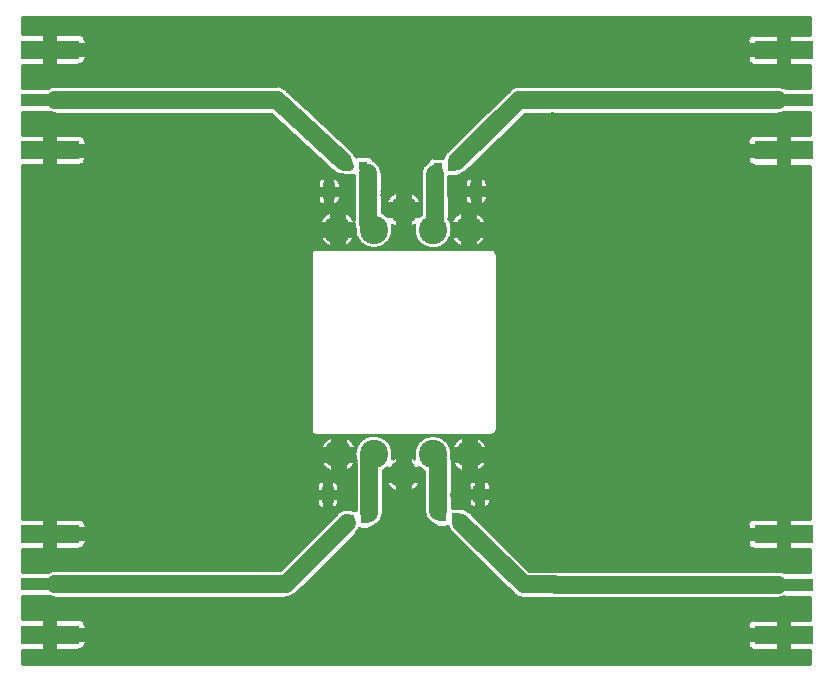
<source format=gbr>
G04 Generated by Ultiboard 14.2 *
%FSLAX34Y34*%
%MOMM*%

%ADD10C,0.0001*%
%ADD11C,0.2540*%
%ADD12C,1.5000*%
%ADD13C,1.0000*%
%ADD14C,0.7500*%
%ADD15C,0.1270*%
%ADD16R,5.0000X1.5000*%
%ADD17R,3.0000X1.0000*%
%ADD18C,2.4000*%
%ADD19R,1.0000X1.4000*%
%ADD20C,8.0000*%
%ADD21C,0.6000*%
%ADD22R,0.8000X0.7500*%


G04 ColorRGB 00FF00 for the following layer *
%LNCopper Top*%
%LPD*%
G54D10*
G36*
X222596Y61805D02*
X222596Y61805D01*
X199770Y61805D01*
X199770Y42095D01*
X218963Y42095D01*
X218963Y33837D01*
X199770Y33837D01*
X199770Y24763D01*
X218963Y24763D01*
X218963Y16505D01*
X199770Y16505D01*
X199770Y4190D01*
X867030Y4190D01*
X867030Y16405D01*
X849317Y16405D01*
X849317Y24663D01*
X867030Y24663D01*
X867030Y33737D01*
X849317Y33737D01*
X849317Y41995D01*
X867030Y41995D01*
X867030Y61405D01*
X845684Y61405D01*
G74*
D01*
G02X840070Y59974I5614J10295*
G01*
X840070Y59974D01*
X652505Y59974D01*
G75*
D01*
G02X651229Y60043I0J11726*
G01*
G74*
D01*
G02X650084Y59987I1145J11671*
G01*
X650084Y59987D01*
X624785Y59987D01*
G75*
D01*
G02X616524Y63383I-8J11727*
G01*
X616524Y63383D01*
X563747Y115670D01*
G74*
D01*
G02X560705Y120847I8253J8330*
G01*
G74*
D01*
G02X559802Y120748I903J4092*
G01*
X559802Y120748D01*
X551802Y120748D01*
G75*
D01*
G02X548046Y123081I0J4191*
G01*
G75*
D01*
G02X540595Y134000I4275J10919*
G01*
X540595Y134000D01*
X540595Y145795D01*
G74*
D01*
G02X540716Y147472I11726J0*
G01*
G75*
D01*
G02X540608Y149056I11619J1584*
G01*
X540608Y149056D01*
X540608Y167480D01*
G74*
D01*
G02X536403Y170595I7394J14381*
G01*
X536403Y170595D01*
X528736Y170595D01*
X528736Y179980D01*
G74*
D01*
G02X532273Y178109I5734J15119*
G01*
G75*
D01*
G02X563946Y179166I15729J3752*
G01*
G74*
D01*
G02X564061Y177528I11611J1638*
G01*
X564061Y177528D01*
X564061Y176127D01*
X573268Y176127D01*
X573268Y166741D01*
G74*
D01*
G02X564061Y175677I5734J15120*
G01*
X564061Y175677D01*
X564061Y149056D01*
G75*
D01*
G02X563940Y147378I-11726J0*
G01*
G74*
D01*
G02X564048Y145795I11619J1583*
G01*
X564048Y145795D01*
X564048Y136629D01*
X571802Y136629D01*
G74*
D01*
G02X574772Y135394I0J4190*
G01*
G74*
D01*
G02X580253Y132330I2772J11394*
G01*
X580253Y132330D01*
X629602Y83440D01*
X650084Y83440D01*
G74*
D01*
G02X651360Y83370I0J11726*
G01*
G75*
D01*
G02X652505Y83426I1145J-11670*
G01*
X652505Y83426D01*
X840070Y83426D01*
G74*
D01*
G02X845684Y81995I0J11726*
G01*
X845684Y81995D01*
X867030Y81995D01*
X867030Y101705D01*
X849317Y101705D01*
X849317Y109963D01*
X867030Y109963D01*
X867030Y119037D01*
X849317Y119037D01*
X849317Y127295D01*
X867030Y127295D01*
X867030Y235810D01*
X867030Y235810D01*
X867030Y426405D01*
X849317Y426405D01*
X849317Y434663D01*
X867030Y434663D01*
X867030Y443737D01*
X849317Y443737D01*
X849317Y451995D01*
X867030Y451995D01*
X867030Y471405D01*
X845340Y471405D01*
G74*
D01*
G02X840070Y470153I5270J10475*
G01*
X840070Y470153D01*
X650457Y470153D01*
G75*
D01*
G02X648931Y470253I0J11727*
G01*
X648931Y470253D01*
X625855Y470253D01*
X576205Y421623D01*
G74*
D01*
G02X571559Y418827I8205J8377*
G01*
G74*
D01*
G02X568304Y417275I3255J2638*
G01*
X568304Y417275D01*
X561121Y417275D01*
X561121Y401488D01*
G74*
D01*
G02X561218Y399981I11630J1507*
G01*
X561218Y399981D01*
X561218Y381552D01*
G74*
D01*
G02X563089Y378096I13179J9369*
G01*
G74*
D01*
G02X572405Y387302I15050J5913*
G01*
X572405Y387302D01*
X572405Y377917D01*
X563158Y377917D01*
G75*
D01*
G02X563158Y366449I-15119J-5734*
G01*
X563158Y366449D01*
X572405Y366449D01*
X572405Y357064D01*
G74*
D01*
G02X563089Y366270I5734J15119*
G01*
G75*
D01*
G02X532310Y375935I-15050J5913*
G01*
G74*
D01*
G02X528773Y374064I9271J13248*
G01*
X528773Y374064D01*
X528773Y383449D01*
X536440Y383449D01*
G74*
D01*
G02X537765Y384669I11599J11266*
G01*
X537765Y384669D01*
X537765Y394917D01*
X528773Y394917D01*
X528773Y404302D01*
G74*
D01*
G02X537765Y395863I5734J15119*
G01*
X537765Y395863D01*
X537765Y398571D01*
G75*
D01*
G02X537668Y400078I11629J1507*
G01*
X537668Y400078D01*
X537668Y419017D01*
G74*
D01*
G02X544148Y429505I11726J0*
G01*
G75*
D01*
G02X548304Y433155I4156J-540*
G01*
X548304Y433155D01*
X556304Y433155D01*
G74*
D01*
G02X556701Y433136I0J4190*
G01*
G74*
D01*
G02X559795Y438377I11299J3136*
G01*
X559795Y438377D01*
X598011Y475810D01*
X598011Y475810D01*
X612863Y490357D01*
G75*
D01*
G02X621075Y493706I8206J-8377*
G01*
X621075Y493706D01*
X657688Y493706D01*
G74*
D01*
G02X659215Y493606I0J11726*
G01*
X659215Y493606D01*
X840070Y493606D01*
G74*
D01*
G02X846001Y491995I0J11726*
G01*
X846001Y491995D01*
X867030Y491995D01*
X867030Y511705D01*
X849317Y511705D01*
X849317Y519963D01*
X867030Y519963D01*
X867030Y529037D01*
X849317Y529037D01*
X849317Y537295D01*
X867030Y537295D01*
X867030Y552070D01*
X199770Y552070D01*
X199770Y537395D01*
X218963Y537395D01*
X218963Y529137D01*
X199770Y529137D01*
X199770Y520063D01*
X218963Y520063D01*
X218963Y511805D01*
X199770Y511805D01*
X199770Y492395D01*
X222548Y492395D01*
G75*
D01*
G02X228269Y493886I5721J-10236*
G01*
X228269Y493886D01*
X415783Y493885D01*
G75*
D01*
G02X417591Y493746I6J-11726*
G01*
G74*
D01*
G02X423806Y490717I1802J11587*
G01*
X423806Y490717D01*
X431390Y483629D01*
X431390Y483629D01*
X439756Y475810D01*
X439756Y475810D01*
X479602Y438567D01*
G74*
D01*
G02X482609Y434026I8007J8567*
G01*
G74*
D01*
G02X483135Y433785I1474J3923*
G01*
G75*
D01*
G02X485135Y434293I2000J-3682*
G01*
X485135Y434293D01*
X493135Y434293D01*
G74*
D01*
G02X497237Y430958I0J4190*
G01*
G74*
D01*
G02X504771Y420007I4192J10951*
G01*
X504771Y420007D01*
X504771Y405073D01*
G75*
D01*
G02X504715Y403924I-11726J0*
G01*
X504715Y403924D01*
X504715Y401792D01*
G75*
D01*
G02X504706Y401331I-11726J0*
G01*
G74*
D01*
G02X504707Y401215I11726J116*
G01*
X504707Y401215D01*
X504707Y386914D01*
G74*
D01*
G02X509639Y383449I6668J14731*
G01*
X509639Y383449D01*
X517305Y383449D01*
X517305Y374064D01*
G74*
D01*
G02X513768Y375935I5734J15119*
G01*
G75*
D01*
G02X481913Y373367I-15729J-3752*
G01*
G75*
D01*
G02X481254Y377259I11067J3875*
G01*
X481254Y377259D01*
X481254Y377917D01*
X472773Y377917D01*
X472773Y387302D01*
G74*
D01*
G02X481254Y379891I5734J15119*
G01*
X481254Y379891D01*
X481254Y401215D01*
G74*
D01*
G02X481263Y401676I11726J0*
G01*
G75*
D01*
G02X481262Y401792I11726J116*
G01*
X481262Y401792D01*
X481262Y404468D01*
G74*
D01*
G02X481319Y405617I11727J0*
G01*
X481319Y405617D01*
X481319Y418417D01*
G74*
D01*
G02X481135Y418413I184J4186*
G01*
X481135Y418413D01*
X477673Y418413D01*
G75*
D01*
G02X477135Y418395I-538J7940*
G01*
X477135Y418395D01*
X473278Y418395D01*
G75*
D01*
G02X463588Y421433I-1683J11605*
G01*
X463588Y421433D01*
X431390Y451527D01*
X431390Y451527D01*
X411162Y470433D01*
X228269Y470433D01*
G74*
D01*
G02X222766Y471805I0J11726*
G01*
X222766Y471805D01*
X199770Y471805D01*
X199770Y452095D01*
X218963Y452095D01*
X218963Y443837D01*
X199770Y443837D01*
X199770Y434763D01*
X218963Y434763D01*
X218963Y426505D01*
X199770Y426505D01*
X199770Y127395D01*
X218963Y127395D01*
X218963Y119137D01*
X199770Y119137D01*
X199770Y110063D01*
X218963Y110063D01*
X218963Y101805D01*
X199770Y101805D01*
X199770Y82395D01*
X222596Y82395D01*
G75*
D01*
G02X228210Y83826I5614J-10295*
G01*
X228210Y83826D01*
X418323Y83826D01*
X431390Y96915D01*
X431390Y96915D01*
X466701Y132285D01*
G75*
D01*
G02X479283Y134916I8299J-8285*
G01*
X479283Y134916D01*
X482062Y134916D01*
G74*
D01*
G02X482496Y134894I0J4190*
G01*
X482496Y134894D01*
X482496Y150000D01*
G74*
D01*
G02X482507Y150509I11726J0*
G01*
G75*
D01*
G02X482495Y151040I11714J531*
G01*
X482495Y151040D01*
X482495Y174895D01*
G74*
D01*
G02X473636Y166741I14593J6966*
G01*
X473636Y166741D01*
X473636Y176127D01*
X482495Y176127D01*
X482495Y177279D01*
G75*
D01*
G02X482883Y187595I15507J4582*
G01*
X482883Y187595D01*
X473636Y187595D01*
X473636Y196980D01*
G74*
D01*
G02X482952Y187774I5734J15119*
G01*
G75*
D01*
G02X513731Y178109I15050J-5913*
G01*
G74*
D01*
G02X517268Y179980I9271J13248*
G01*
X517268Y179980D01*
X517268Y170595D01*
X509602Y170595D01*
G74*
D01*
G02X505948Y167777I11600J11266*
G01*
X505948Y167777D01*
X505948Y151040D01*
G75*
D01*
G02X505937Y150530I-11727J0*
G01*
G74*
D01*
G02X505949Y150000I11715J530*
G01*
X505949Y150000D01*
X505949Y132000D01*
G75*
D01*
G02X497419Y120718I-11727J0*
G01*
G74*
D01*
G02X494062Y119036I3357J2508*
G01*
X494062Y119036D01*
X486062Y119036D01*
G75*
D01*
G02X485634Y119058I0J4190*
G01*
G74*
D01*
G02X483299Y115715I10634J4942*
G01*
X483299Y115715D01*
X431456Y63786D01*
G74*
D01*
G02X424892Y60466I8307J8276*
G01*
G75*
D01*
G02X423142Y60336I-1743J11596*
G01*
X423142Y60336D01*
X421993Y60336D01*
G75*
D01*
G02X421052Y60374I0J11726*
G01*
X421052Y60374D01*
X228210Y60374D01*
G75*
D01*
G02X222596Y61805I0J11726*
G01*
D02*
G37*
%LPC*%
G36*
X444550Y351360D02*
G75*
D01*
G02X448740Y355550I4190J0*
G01*
X448740Y355550D01*
X597740Y355550D01*
G74*
D01*
G02X601930Y351360I0J4190*
G01*
X601930Y351360D01*
X601930Y202360D01*
G75*
D01*
G02X597740Y198170I-4190J0*
G01*
X597740Y198170D01*
X448740Y198170D01*
G75*
D01*
G02X444550Y202360I0J4190*
G01*
X444550Y202360D01*
X444550Y351360D01*
D02*
G37*
G36*
X814485Y21700D02*
X814485Y21700D01*
X814485Y24663D01*
X840243Y24663D01*
X840243Y16405D01*
X819780Y16405D01*
G75*
D01*
G02X814485Y21700I0J5295*
G01*
D02*
G37*
G36*
X814485Y36700D02*
G75*
D01*
G02X819780Y41995I5295J0*
G01*
X819780Y41995D01*
X840243Y41995D01*
X840243Y33737D01*
X814485Y33737D01*
X814485Y36700D01*
D02*
G37*
G36*
X814485Y517000D02*
X814485Y517000D01*
X814485Y519963D01*
X840243Y519963D01*
X840243Y511705D01*
X819780Y511705D01*
G75*
D01*
G02X814485Y517000I0J5295*
G01*
D02*
G37*
G36*
X814485Y532000D02*
G75*
D01*
G02X819780Y537295I5295J0*
G01*
X819780Y537295D01*
X840243Y537295D01*
X840243Y529037D01*
X814485Y529037D01*
X814485Y532000D01*
D02*
G37*
G36*
X253795Y21800D02*
G75*
D01*
G02X248500Y16505I-5295J0*
G01*
X248500Y16505D01*
X228037Y16505D01*
X228037Y24763D01*
X253795Y24763D01*
X253795Y21800D01*
D02*
G37*
G36*
X253795Y36800D02*
X253795Y36800D01*
X253795Y33837D01*
X228037Y33837D01*
X228037Y42095D01*
X248500Y42095D01*
G74*
D01*
G02X253795Y36800I0J5295*
G01*
D02*
G37*
G36*
X253795Y517100D02*
G75*
D01*
G02X248500Y511805I-5295J0*
G01*
X248500Y511805D01*
X228037Y511805D01*
X228037Y520063D01*
X253795Y520063D01*
X253795Y517100D01*
D02*
G37*
G36*
X253795Y532100D02*
X253795Y532100D01*
X253795Y529137D01*
X228037Y529137D01*
X228037Y537395D01*
X248500Y537395D01*
G74*
D01*
G02X253795Y532100I0J5295*
G01*
D02*
G37*
G36*
X814485Y107000D02*
X814485Y107000D01*
X814485Y109963D01*
X840243Y109963D01*
X840243Y101705D01*
X819780Y101705D01*
G75*
D01*
G02X814485Y107000I0J5295*
G01*
D02*
G37*
G36*
X814485Y122000D02*
G75*
D01*
G02X819780Y127295I5295J0*
G01*
X819780Y127295D01*
X840243Y127295D01*
X840243Y119037D01*
X814485Y119037D01*
X814485Y122000D01*
D02*
G37*
G36*
X253795Y107100D02*
G75*
D01*
G02X248500Y101805I-5295J0*
G01*
X248500Y101805D01*
X228037Y101805D01*
X228037Y110063D01*
X253795Y110063D01*
X253795Y107100D01*
D02*
G37*
G36*
X253795Y122100D02*
X253795Y122100D01*
X253795Y119137D01*
X228037Y119137D01*
X228037Y127395D01*
X248500Y127395D01*
G74*
D01*
G02X253795Y122100I0J5295*
G01*
D02*
G37*
G36*
X814485Y431700D02*
X814485Y431700D01*
X814485Y434663D01*
X840243Y434663D01*
X840243Y426405D01*
X819780Y426405D01*
G75*
D01*
G02X814485Y431700I0J5295*
G01*
D02*
G37*
G36*
X814485Y446700D02*
G75*
D01*
G02X819780Y451995I5295J0*
G01*
X819780Y451995D01*
X840243Y451995D01*
X840243Y443737D01*
X814485Y443737D01*
X814485Y446700D01*
D02*
G37*
G36*
X253795Y431800D02*
G75*
D01*
G02X248500Y426505I-5295J0*
G01*
X248500Y426505D01*
X228037Y426505D01*
X228037Y434763D01*
X253795Y434763D01*
X253795Y431800D01*
D02*
G37*
G36*
X253795Y446800D02*
X253795Y446800D01*
X253795Y443837D01*
X228037Y443837D01*
X228037Y452095D01*
X248500Y452095D01*
G74*
D01*
G02X253795Y446800I0J5295*
G01*
D02*
G37*
G36*
X584736Y196980D02*
G74*
D01*
G02X594121Y187595I5734J15119*
G01*
X594121Y187595D01*
X584736Y187595D01*
X584736Y196980D01*
D02*
G37*
G36*
X563883Y187595D02*
G74*
D01*
G02X573268Y196980I15119J5734*
G01*
X573268Y196980D01*
X573268Y187595D01*
X563883Y187595D01*
D02*
G37*
G36*
X452783Y187595D02*
G74*
D01*
G02X462168Y196980I15119J5734*
G01*
X462168Y196980D01*
X462168Y187595D01*
X452783Y187595D01*
D02*
G37*
G36*
X594121Y176127D02*
G74*
D01*
G02X584736Y166741I15119J5734*
G01*
X584736Y166741D01*
X584736Y176127D01*
X594121Y176127D01*
D02*
G37*
G36*
X573502Y181861D02*
G75*
D01*
G02X573502Y181861I5500J0*
G01*
D02*
G37*
G36*
X462402Y181861D02*
G75*
D01*
G02X462402Y181861I5500J0*
G01*
D02*
G37*
G36*
X462168Y166741D02*
G74*
D01*
G02X452783Y176127I5734J15120*
G01*
X452783Y176127D01*
X462168Y176127D01*
X462168Y166741D01*
D02*
G37*
G36*
X592355Y159330D02*
G74*
D01*
G02X596546Y155140I0J4190*
G01*
X596546Y155140D01*
X596546Y151399D01*
X590614Y151399D01*
X590614Y159330D01*
X592355Y159330D01*
D02*
G37*
G36*
X582355Y159330D02*
X582355Y159330D01*
X584097Y159330D01*
X584097Y151399D01*
X578165Y151399D01*
X578165Y155140D01*
G75*
D01*
G02X582355Y159330I4190J0*
G01*
D02*
G37*
G36*
X538121Y159127D02*
G74*
D01*
G02X528736Y149741I15119J5734*
G01*
X528736Y149741D01*
X528736Y159127D01*
X538121Y159127D01*
D02*
G37*
G36*
X517268Y149741D02*
G74*
D01*
G02X507883Y159127I5734J15120*
G01*
X507883Y159127D01*
X517268Y159127D01*
X517268Y149741D01*
D02*
G37*
G36*
X517502Y164861D02*
G75*
D01*
G02X517502Y164861I5500J0*
G01*
D02*
G37*
G36*
X463798Y159006D02*
G74*
D01*
G02X467988Y154816I0J4190*
G01*
X467988Y154816D01*
X467988Y151075D01*
X462057Y151075D01*
X462057Y159006D01*
X463798Y159006D01*
D02*
G37*
G36*
X453798Y159006D02*
X453798Y159006D01*
X455539Y159006D01*
X455539Y151075D01*
X449608Y151075D01*
X449608Y154816D01*
G75*
D01*
G02X453798Y159006I4190J0*
G01*
D02*
G37*
G36*
X592355Y136950D02*
X592355Y136950D01*
X590614Y136950D01*
X590614Y144881D01*
X596546Y144881D01*
X596546Y141140D01*
G75*
D01*
G02X592355Y136950I-4191J0*
G01*
D02*
G37*
G36*
X578165Y141140D02*
X578165Y141140D01*
X578165Y144881D01*
X584097Y144881D01*
X584097Y136950D01*
X582355Y136950D01*
G75*
D01*
G02X578165Y141140I0J4190*
G01*
D02*
G37*
G36*
X463798Y136626D02*
X463798Y136626D01*
X462057Y136626D01*
X462057Y144557D01*
X467988Y144557D01*
X467988Y140816D01*
G75*
D01*
G02X463798Y136626I-4190J0*
G01*
D02*
G37*
G36*
X449608Y140816D02*
X449608Y140816D01*
X449608Y144557D01*
X455539Y144557D01*
X455539Y136626D01*
X453798Y136626D01*
G75*
D01*
G02X449608Y140816I0J4190*
G01*
D02*
G37*
G36*
X461305Y357064D02*
G74*
D01*
G02X451920Y366449I5734J15119*
G01*
X451920Y366449D01*
X461305Y366449D01*
X461305Y357064D01*
D02*
G37*
G36*
X482158Y366449D02*
G74*
D01*
G02X472773Y357064I15119J5734*
G01*
X472773Y357064D01*
X472773Y366449D01*
X482158Y366449D01*
D02*
G37*
G36*
X593258Y366449D02*
G74*
D01*
G02X583873Y357064I15119J5734*
G01*
X583873Y357064D01*
X583873Y366449D01*
X593258Y366449D01*
D02*
G37*
G36*
X451920Y377917D02*
G74*
D01*
G02X461305Y387302I15119J5734*
G01*
X461305Y387302D01*
X461305Y377917D01*
X451920Y377917D01*
D02*
G37*
G36*
X461539Y372183D02*
G75*
D01*
G02X461539Y372183I5500J0*
G01*
D02*
G37*
G36*
X572639Y372183D02*
G75*
D01*
G02X572639Y372183I5500J0*
G01*
D02*
G37*
G36*
X583873Y387302D02*
G74*
D01*
G02X593258Y377917I5734J15119*
G01*
X593258Y377917D01*
X583873Y377917D01*
X583873Y387302D01*
D02*
G37*
G36*
X454650Y393278D02*
G75*
D01*
G02X450460Y397468I0J4190*
G01*
X450460Y397468D01*
X450460Y401209D01*
X456391Y401209D01*
X456391Y393278D01*
X454650Y393278D01*
D02*
G37*
G36*
X464650Y393278D02*
X464650Y393278D01*
X462909Y393278D01*
X462909Y401209D01*
X468840Y401209D01*
X468840Y397468D01*
G75*
D01*
G02X464650Y393278I-4190J0*
G01*
D02*
G37*
G36*
X507920Y394917D02*
G74*
D01*
G02X517305Y404302I15119J5734*
G01*
X517305Y404302D01*
X517305Y394917D01*
X507920Y394917D01*
D02*
G37*
G36*
X517539Y389183D02*
G75*
D01*
G02X517539Y389183I5500J0*
G01*
D02*
G37*
G36*
X579321Y393396D02*
G75*
D01*
G02X575131Y397586I0J4190*
G01*
X575131Y397586D01*
X575131Y401327D01*
X581063Y401327D01*
X581063Y393396D01*
X579321Y393396D01*
D02*
G37*
G36*
X589321Y393396D02*
X589321Y393396D01*
X587580Y393396D01*
X587580Y401327D01*
X593512Y401327D01*
X593512Y397586D01*
G75*
D01*
G02X589321Y393396I-4191J0*
G01*
D02*
G37*
G36*
X454650Y415658D02*
X454650Y415658D01*
X456391Y415658D01*
X456391Y407727D01*
X450460Y407727D01*
X450460Y411468D01*
G75*
D01*
G02X454650Y415658I4190J0*
G01*
D02*
G37*
G36*
X468840Y411468D02*
X468840Y411468D01*
X468840Y407727D01*
X462909Y407727D01*
X462909Y415658D01*
X464650Y415658D01*
G74*
D01*
G02X468840Y411468I0J4190*
G01*
D02*
G37*
G36*
X579321Y415776D02*
X579321Y415776D01*
X581063Y415776D01*
X581063Y407845D01*
X575131Y407845D01*
X575131Y411586D01*
G75*
D01*
G02X579321Y415776I4190J0*
G01*
D02*
G37*
G36*
X593512Y411586D02*
X593512Y411586D01*
X593512Y407845D01*
X587580Y407845D01*
X587580Y415776D01*
X589321Y415776D01*
G74*
D01*
G02X593512Y411586I0J4190*
G01*
D02*
G37*
%LPD*%
G54D11*
X444550Y351360D02*
G75*
D01*
G02X448740Y355550I4190J0*
G01*
X597740Y355550D01*
G74*
D01*
G02X601930Y351360I0J4190*
G01*
X601930Y202360D01*
G75*
D01*
G02X597740Y198170I-4190J0*
G01*
X448740Y198170D01*
G75*
D01*
G02X444550Y202360I0J4190*
G01*
X444550Y351360D01*
X814485Y21700D02*
X814485Y24663D01*
X840243Y24663D01*
X840243Y16405D01*
X819780Y16405D01*
G75*
D01*
G02X814485Y21700I0J5295*
G01*
X814485Y36700D02*
G75*
D01*
G02X819780Y41995I5295J0*
G01*
X840243Y41995D01*
X840243Y33737D01*
X814485Y33737D01*
X814485Y36700D01*
X814485Y517000D02*
X814485Y519963D01*
X840243Y519963D01*
X840243Y511705D01*
X819780Y511705D01*
G75*
D01*
G02X814485Y517000I0J5295*
G01*
X814485Y532000D02*
G75*
D01*
G02X819780Y537295I5295J0*
G01*
X840243Y537295D01*
X840243Y529037D01*
X814485Y529037D01*
X814485Y532000D01*
X253795Y21800D02*
G75*
D01*
G02X248500Y16505I-5295J0*
G01*
X228037Y16505D01*
X228037Y24763D01*
X253795Y24763D01*
X253795Y21800D01*
X253795Y36800D02*
X253795Y33837D01*
X228037Y33837D01*
X228037Y42095D01*
X248500Y42095D01*
G74*
D01*
G02X253795Y36800I0J5295*
G01*
X253795Y517100D02*
G75*
D01*
G02X248500Y511805I-5295J0*
G01*
X228037Y511805D01*
X228037Y520063D01*
X253795Y520063D01*
X253795Y517100D01*
X253795Y532100D02*
X253795Y529137D01*
X228037Y529137D01*
X228037Y537395D01*
X248500Y537395D01*
G74*
D01*
G02X253795Y532100I0J5295*
G01*
X814485Y107000D02*
X814485Y109963D01*
X840243Y109963D01*
X840243Y101705D01*
X819780Y101705D01*
G75*
D01*
G02X814485Y107000I0J5295*
G01*
X814485Y122000D02*
G75*
D01*
G02X819780Y127295I5295J0*
G01*
X840243Y127295D01*
X840243Y119037D01*
X814485Y119037D01*
X814485Y122000D01*
X253795Y107100D02*
G75*
D01*
G02X248500Y101805I-5295J0*
G01*
X228037Y101805D01*
X228037Y110063D01*
X253795Y110063D01*
X253795Y107100D01*
X253795Y122100D02*
X253795Y119137D01*
X228037Y119137D01*
X228037Y127395D01*
X248500Y127395D01*
G74*
D01*
G02X253795Y122100I0J5295*
G01*
X814485Y431700D02*
X814485Y434663D01*
X840243Y434663D01*
X840243Y426405D01*
X819780Y426405D01*
G75*
D01*
G02X814485Y431700I0J5295*
G01*
X814485Y446700D02*
G75*
D01*
G02X819780Y451995I5295J0*
G01*
X840243Y451995D01*
X840243Y443737D01*
X814485Y443737D01*
X814485Y446700D01*
X253795Y431800D02*
G75*
D01*
G02X248500Y426505I-5295J0*
G01*
X228037Y426505D01*
X228037Y434763D01*
X253795Y434763D01*
X253795Y431800D01*
X253795Y446800D02*
X253795Y443837D01*
X228037Y443837D01*
X228037Y452095D01*
X248500Y452095D01*
G74*
D01*
G02X253795Y446800I0J5295*
G01*
X584736Y196980D02*
G74*
D01*
G02X594121Y187595I5734J15119*
G01*
X584736Y187595D01*
X584736Y196980D01*
X563883Y187595D02*
G74*
D01*
G02X573268Y196980I15119J5734*
G01*
X573268Y187595D01*
X563883Y187595D01*
X452783Y187595D02*
G74*
D01*
G02X462168Y196980I15119J5734*
G01*
X462168Y187595D01*
X452783Y187595D01*
X594121Y176127D02*
G74*
D01*
G02X584736Y166741I15119J5734*
G01*
X584736Y176127D01*
X594121Y176127D01*
X573502Y181861D02*
G75*
D01*
G02X573502Y181861I5500J0*
G01*
X462402Y181861D02*
G75*
D01*
G02X462402Y181861I5500J0*
G01*
X462168Y166741D02*
G74*
D01*
G02X452783Y176127I5734J15120*
G01*
X462168Y176127D01*
X462168Y166741D01*
X592355Y159330D02*
G74*
D01*
G02X596546Y155140I0J4190*
G01*
X596546Y151399D01*
X590614Y151399D01*
X590614Y159330D01*
X592355Y159330D01*
X582355Y159330D02*
X584097Y159330D01*
X584097Y151399D01*
X578165Y151399D01*
X578165Y155140D01*
G75*
D01*
G02X582355Y159330I4190J0*
G01*
X538121Y159127D02*
G74*
D01*
G02X528736Y149741I15119J5734*
G01*
X528736Y159127D01*
X538121Y159127D01*
X517268Y149741D02*
G74*
D01*
G02X507883Y159127I5734J15120*
G01*
X517268Y159127D01*
X517268Y149741D01*
X517502Y164861D02*
G75*
D01*
G02X517502Y164861I5500J0*
G01*
X463798Y159006D02*
G74*
D01*
G02X467988Y154816I0J4190*
G01*
X467988Y151075D01*
X462057Y151075D01*
X462057Y159006D01*
X463798Y159006D01*
X453798Y159006D02*
X455539Y159006D01*
X455539Y151075D01*
X449608Y151075D01*
X449608Y154816D01*
G75*
D01*
G02X453798Y159006I4190J0*
G01*
X592355Y136950D02*
X590614Y136950D01*
X590614Y144881D01*
X596546Y144881D01*
X596546Y141140D01*
G75*
D01*
G02X592355Y136950I-4191J0*
G01*
X578165Y141140D02*
X578165Y144881D01*
X584097Y144881D01*
X584097Y136950D01*
X582355Y136950D01*
G75*
D01*
G02X578165Y141140I0J4190*
G01*
X463798Y136626D02*
X462057Y136626D01*
X462057Y144557D01*
X467988Y144557D01*
X467988Y140816D01*
G75*
D01*
G02X463798Y136626I-4190J0*
G01*
X449608Y140816D02*
X449608Y144557D01*
X455539Y144557D01*
X455539Y136626D01*
X453798Y136626D01*
G75*
D01*
G02X449608Y140816I0J4190*
G01*
X461305Y357064D02*
G74*
D01*
G02X451920Y366449I5734J15119*
G01*
X461305Y366449D01*
X461305Y357064D01*
X482158Y366449D02*
G74*
D01*
G02X472773Y357064I15119J5734*
G01*
X472773Y366449D01*
X482158Y366449D01*
X593258Y366449D02*
G74*
D01*
G02X583873Y357064I15119J5734*
G01*
X583873Y366449D01*
X593258Y366449D01*
X451920Y377917D02*
G74*
D01*
G02X461305Y387302I15119J5734*
G01*
X461305Y377917D01*
X451920Y377917D01*
X461539Y372183D02*
G75*
D01*
G02X461539Y372183I5500J0*
G01*
X572639Y372183D02*
G75*
D01*
G02X572639Y372183I5500J0*
G01*
X583873Y387302D02*
G74*
D01*
G02X593258Y377917I5734J15119*
G01*
X583873Y377917D01*
X583873Y387302D01*
X454650Y393278D02*
G75*
D01*
G02X450460Y397468I0J4190*
G01*
X450460Y401209D01*
X456391Y401209D01*
X456391Y393278D01*
X454650Y393278D01*
X464650Y393278D02*
X462909Y393278D01*
X462909Y401209D01*
X468840Y401209D01*
X468840Y397468D01*
G75*
D01*
G02X464650Y393278I-4190J0*
G01*
X507920Y394917D02*
G74*
D01*
G02X517305Y404302I15119J5734*
G01*
X517305Y394917D01*
X507920Y394917D01*
X517539Y389183D02*
G75*
D01*
G02X517539Y389183I5500J0*
G01*
X579321Y393396D02*
G75*
D01*
G02X575131Y397586I0J4190*
G01*
X575131Y401327D01*
X581063Y401327D01*
X581063Y393396D01*
X579321Y393396D01*
X589321Y393396D02*
X587580Y393396D01*
X587580Y401327D01*
X593512Y401327D01*
X593512Y397586D01*
G75*
D01*
G02X589321Y393396I-4191J0*
G01*
X454650Y415658D02*
X456391Y415658D01*
X456391Y407727D01*
X450460Y407727D01*
X450460Y411468D01*
G75*
D01*
G02X454650Y415658I4190J0*
G01*
X468840Y411468D02*
X468840Y407727D01*
X462909Y407727D01*
X462909Y415658D01*
X464650Y415658D01*
G74*
D01*
G02X468840Y411468I0J4190*
G01*
X579321Y415776D02*
X581063Y415776D01*
X581063Y407845D01*
X575131Y407845D01*
X575131Y411586D01*
G75*
D01*
G02X579321Y415776I4190J0*
G01*
X593512Y411586D02*
X593512Y407845D01*
X587580Y407845D01*
X587580Y415776D01*
X589321Y415776D01*
G74*
D01*
G02X593512Y411586I0J4190*
G01*
X222596Y61805D02*
X199770Y61805D01*
X199770Y42095D01*
X218963Y42095D01*
X218963Y33837D01*
X199770Y33837D01*
X199770Y24763D01*
X218963Y24763D01*
X218963Y16505D01*
X199770Y16505D01*
X199770Y4190D01*
X867030Y4190D01*
X867030Y16405D01*
X849317Y16405D01*
X849317Y24663D01*
X867030Y24663D01*
X867030Y33737D01*
X849317Y33737D01*
X849317Y41995D01*
X867030Y41995D01*
X867030Y61405D01*
X845684Y61405D01*
G74*
D01*
G02X840070Y59974I5614J10295*
G01*
X652505Y59974D01*
G75*
D01*
G02X651229Y60043I0J11726*
G01*
G74*
D01*
G02X650084Y59987I1145J11671*
G01*
X624785Y59987D01*
G75*
D01*
G02X616524Y63383I-8J11727*
G01*
X563747Y115670D01*
G74*
D01*
G02X560705Y120847I8253J8330*
G01*
G74*
D01*
G02X559802Y120748I903J4092*
G01*
X551802Y120748D01*
G75*
D01*
G02X548046Y123081I0J4191*
G01*
G75*
D01*
G02X540595Y134000I4275J10919*
G01*
X540595Y145795D01*
G74*
D01*
G02X540716Y147472I11726J0*
G01*
G75*
D01*
G02X540608Y149056I11619J1584*
G01*
X540608Y167480D01*
G74*
D01*
G02X536403Y170595I7394J14381*
G01*
X528736Y170595D01*
X528736Y179980D01*
G74*
D01*
G02X532273Y178109I5734J15119*
G01*
G75*
D01*
G02X563946Y179166I15729J3752*
G01*
G74*
D01*
G02X564061Y177528I11611J1638*
G01*
X564061Y176127D01*
X573268Y176127D01*
X573268Y166741D01*
G74*
D01*
G02X564061Y175677I5734J15120*
G01*
X564061Y149056D01*
G75*
D01*
G02X563940Y147378I-11726J0*
G01*
G74*
D01*
G02X564048Y145795I11619J1583*
G01*
X564048Y136629D01*
X571802Y136629D01*
G74*
D01*
G02X574772Y135394I0J4190*
G01*
G74*
D01*
G02X580253Y132330I2772J11394*
G01*
X629602Y83440D01*
X650084Y83440D01*
G74*
D01*
G02X651360Y83370I0J11726*
G01*
G75*
D01*
G02X652505Y83426I1145J-11670*
G01*
X840070Y83426D01*
G74*
D01*
G02X845684Y81995I0J11726*
G01*
X867030Y81995D01*
X867030Y101705D01*
X849317Y101705D01*
X849317Y109963D01*
X867030Y109963D01*
X867030Y119037D01*
X849317Y119037D01*
X849317Y127295D01*
X867030Y127295D01*
X867030Y235810D01*
X867030Y235810D01*
X867030Y426405D01*
X849317Y426405D01*
X849317Y434663D01*
X867030Y434663D01*
X867030Y443737D01*
X849317Y443737D01*
X849317Y451995D01*
X867030Y451995D01*
X867030Y471405D01*
X845340Y471405D01*
G74*
D01*
G02X840070Y470153I5270J10475*
G01*
X650457Y470153D01*
G75*
D01*
G02X648931Y470253I0J11727*
G01*
X625855Y470253D01*
X576205Y421623D01*
G74*
D01*
G02X571559Y418827I8205J8377*
G01*
G74*
D01*
G02X568304Y417275I3255J2638*
G01*
X561121Y417275D01*
X561121Y401488D01*
G74*
D01*
G02X561218Y399981I11630J1507*
G01*
X561218Y381552D01*
G74*
D01*
G02X563089Y378096I13179J9369*
G01*
G74*
D01*
G02X572405Y387302I15050J5913*
G01*
X572405Y377917D01*
X563158Y377917D01*
G75*
D01*
G02X563158Y366449I-15119J-5734*
G01*
X572405Y366449D01*
X572405Y357064D01*
G74*
D01*
G02X563089Y366270I5734J15119*
G01*
G75*
D01*
G02X532310Y375935I-15050J5913*
G01*
G74*
D01*
G02X528773Y374064I9271J13248*
G01*
X528773Y383449D01*
X536440Y383449D01*
G74*
D01*
G02X537765Y384669I11599J11266*
G01*
X537765Y394917D01*
X528773Y394917D01*
X528773Y404302D01*
G74*
D01*
G02X537765Y395863I5734J15119*
G01*
X537765Y398571D01*
G75*
D01*
G02X537668Y400078I11629J1507*
G01*
X537668Y419017D01*
G74*
D01*
G02X544148Y429505I11726J0*
G01*
G75*
D01*
G02X548304Y433155I4156J-540*
G01*
X556304Y433155D01*
G74*
D01*
G02X556701Y433136I0J4190*
G01*
G74*
D01*
G02X559795Y438377I11299J3136*
G01*
X598011Y475810D01*
X598011Y475810D01*
X612863Y490357D01*
G75*
D01*
G02X621075Y493706I8206J-8377*
G01*
X657688Y493706D01*
G74*
D01*
G02X659215Y493606I0J11726*
G01*
X840070Y493606D01*
G74*
D01*
G02X846001Y491995I0J11726*
G01*
X867030Y491995D01*
X867030Y511705D01*
X849317Y511705D01*
X849317Y519963D01*
X867030Y519963D01*
X867030Y529037D01*
X849317Y529037D01*
X849317Y537295D01*
X867030Y537295D01*
X867030Y552070D01*
X199770Y552070D01*
X199770Y537395D01*
X218963Y537395D01*
X218963Y529137D01*
X199770Y529137D01*
X199770Y520063D01*
X218963Y520063D01*
X218963Y511805D01*
X199770Y511805D01*
X199770Y492395D01*
X222548Y492395D01*
G75*
D01*
G02X228269Y493886I5721J-10236*
G01*
X415783Y493885D01*
G75*
D01*
G02X417591Y493746I6J-11726*
G01*
G74*
D01*
G02X423806Y490717I1802J11587*
G01*
X431390Y483629D01*
X431390Y483629D01*
X439756Y475810D01*
X439756Y475810D01*
X479602Y438567D01*
G74*
D01*
G02X482609Y434026I8007J8567*
G01*
G74*
D01*
G02X483135Y433785I1474J3923*
G01*
G75*
D01*
G02X485135Y434293I2000J-3682*
G01*
X493135Y434293D01*
G74*
D01*
G02X497237Y430958I0J4190*
G01*
G74*
D01*
G02X504771Y420007I4192J10951*
G01*
X504771Y405073D01*
G75*
D01*
G02X504715Y403924I-11726J0*
G01*
X504715Y401792D01*
G75*
D01*
G02X504706Y401331I-11726J0*
G01*
G74*
D01*
G02X504707Y401215I11726J116*
G01*
X504707Y386914D01*
G74*
D01*
G02X509639Y383449I6668J14731*
G01*
X517305Y383449D01*
X517305Y374064D01*
G74*
D01*
G02X513768Y375935I5734J15119*
G01*
G75*
D01*
G02X481913Y373367I-15729J-3752*
G01*
G75*
D01*
G02X481254Y377259I11067J3875*
G01*
X481254Y377917D01*
X472773Y377917D01*
X472773Y387302D01*
G74*
D01*
G02X481254Y379891I5734J15119*
G01*
X481254Y401215D01*
G74*
D01*
G02X481263Y401676I11726J0*
G01*
G75*
D01*
G02X481262Y401792I11726J116*
G01*
X481262Y404468D01*
G74*
D01*
G02X481319Y405617I11727J0*
G01*
X481319Y418417D01*
G74*
D01*
G02X481135Y418413I184J4186*
G01*
X477673Y418413D01*
G75*
D01*
G02X477135Y418395I-538J7940*
G01*
X473278Y418395D01*
G75*
D01*
G02X463588Y421433I-1683J11605*
G01*
X431390Y451527D01*
X431390Y451527D01*
X411162Y470433D01*
X228269Y470433D01*
G74*
D01*
G02X222766Y471805I0J11726*
G01*
X199770Y471805D01*
X199770Y452095D01*
X218963Y452095D01*
X218963Y443837D01*
X199770Y443837D01*
X199770Y434763D01*
X218963Y434763D01*
X218963Y426505D01*
X199770Y426505D01*
X199770Y127395D01*
X218963Y127395D01*
X218963Y119137D01*
X199770Y119137D01*
X199770Y110063D01*
X218963Y110063D01*
X218963Y101805D01*
X199770Y101805D01*
X199770Y82395D01*
X222596Y82395D01*
G75*
D01*
G02X228210Y83826I5614J-10295*
G01*
X418323Y83826D01*
X431390Y96915D01*
X431390Y96915D01*
X466701Y132285D01*
G75*
D01*
G02X479283Y134916I8299J-8285*
G01*
X482062Y134916D01*
G74*
D01*
G02X482496Y134894I0J4190*
G01*
X482496Y150000D01*
G74*
D01*
G02X482507Y150509I11726J0*
G01*
G75*
D01*
G02X482495Y151040I11714J531*
G01*
X482495Y174895D01*
G74*
D01*
G02X473636Y166741I14593J6966*
G01*
X473636Y176127D01*
X482495Y176127D01*
X482495Y177279D01*
G75*
D01*
G02X482883Y187595I15507J4582*
G01*
X473636Y187595D01*
X473636Y196980D01*
G74*
D01*
G02X482952Y187774I5734J15119*
G01*
G75*
D01*
G02X513731Y178109I15050J-5913*
G01*
G74*
D01*
G02X517268Y179980I9271J13248*
G01*
X517268Y170595D01*
X509602Y170595D01*
G74*
D01*
G02X505948Y167777I11600J11266*
G01*
X505948Y151040D01*
G75*
D01*
G02X505937Y150530I-11727J0*
G01*
G74*
D01*
G02X505949Y150000I11715J530*
G01*
X505949Y132000D01*
G75*
D01*
G02X497419Y120718I-11727J0*
G01*
G74*
D01*
G02X494062Y119036I3357J2508*
G01*
X486062Y119036D01*
G75*
D01*
G02X485634Y119058I0J4190*
G01*
G74*
D01*
G02X483299Y115715I10634J4942*
G01*
X431456Y63786D01*
G74*
D01*
G02X424892Y60466I8307J8276*
G01*
G75*
D01*
G02X423142Y60336I-1743J11596*
G01*
X421993Y60336D01*
G75*
D01*
G02X421052Y60374I0J11726*
G01*
X228210Y60374D01*
G75*
D01*
G02X222596Y61805I0J11726*
G01*
G54D12*
X492989Y401792D02*
X492989Y404468D01*
X492980Y377242D02*
X492980Y401215D01*
X498039Y372183D02*
X492980Y377242D01*
X493045Y405073D02*
X493045Y420007D01*
X228269Y482159D02*
X415789Y482159D01*
X471595Y430000D02*
X415789Y482159D01*
X548039Y372183D02*
X549491Y373635D01*
X549394Y412856D02*
X549394Y419017D01*
X549491Y373635D02*
X549491Y399981D01*
X549394Y400078D02*
X549394Y412856D01*
X621069Y481980D02*
X657688Y481980D01*
X568000Y430000D02*
X621069Y481980D01*
X498002Y181861D02*
X494221Y178080D01*
X494221Y151040D01*
X494222Y150000D02*
X494222Y132000D01*
X423149Y72062D02*
X421993Y72062D01*
X421974Y72081D01*
X421974Y72100D01*
X475000Y124000D02*
X423149Y72062D01*
X552335Y177528D02*
X552335Y149056D01*
X548002Y181861D02*
X552335Y177528D01*
X552321Y134000D02*
X552321Y145795D01*
X624777Y71714D02*
X650084Y71714D01*
X572000Y124000D02*
X624777Y71714D01*
X650457Y481880D02*
X840070Y481880D01*
X652505Y71700D02*
X840070Y71700D01*
X422627Y72100D02*
X228210Y72100D01*
G54D13*
X493650Y404468D02*
X493045Y405073D01*
X549491Y399981D02*
X549394Y400078D01*
X492798Y147816D02*
X494222Y146392D01*
X551419Y146697D02*
X552321Y145795D01*
X854900Y481880D02*
X840070Y481880D01*
X855080Y481700D02*
X854900Y481880D01*
X840070Y71700D02*
X855080Y71700D01*
X228210Y72100D02*
X213200Y72100D01*
X228210Y482100D02*
X213200Y482100D01*
G54D14*
X471595Y426353D02*
X477135Y426353D01*
G54D16*
X844780Y29200D03*
X844780Y114500D03*
X844780Y439200D03*
X844780Y524500D03*
X223500Y439300D03*
X223500Y524600D03*
X223500Y29300D03*
X223500Y114600D03*
G54D17*
X855080Y71700D03*
X855080Y481700D03*
X213200Y482100D03*
X213200Y72100D03*
G54D18*
X579002Y181861D03*
X548002Y181861D03*
X498002Y181861D03*
X467902Y181861D03*
X523002Y164861D03*
X467039Y372183D03*
X498039Y372183D03*
X548039Y372183D03*
X578139Y372183D03*
X523039Y389183D03*
G54D19*
X493650Y404468D03*
X459650Y404468D03*
X550321Y404586D03*
X584321Y404586D03*
X458798Y147816D03*
X492798Y147816D03*
X553355Y148140D03*
X587355Y148140D03*
G54D20*
X523109Y496922D03*
X523217Y57022D03*
X743047Y276875D03*
X303194Y276839D03*
G54D21*
X363395Y51481D03*
X697576Y461861D03*
X236582Y501251D03*
X279841Y501251D03*
X301470Y501251D03*
X323099Y501251D03*
X258211Y501251D03*
X344729Y501251D03*
X203995Y461804D03*
X225624Y461804D03*
X247254Y461804D03*
X268883Y461804D03*
X290512Y461804D03*
X312142Y461804D03*
X333771Y461804D03*
X719891Y460703D03*
X741520Y460703D03*
X763149Y460703D03*
X784779Y460703D03*
X806408Y460703D03*
X828038Y460703D03*
X849667Y460703D03*
X693003Y500748D03*
X714633Y500748D03*
X736262Y500748D03*
X757891Y500748D03*
X779521Y500748D03*
X801150Y500748D03*
X822780Y500748D03*
X701181Y50068D03*
X722811Y50068D03*
X744440Y50068D03*
X766069Y50068D03*
X787699Y50068D03*
X809328Y50068D03*
X830958Y50068D03*
X721310Y92562D03*
X742940Y92562D03*
X764569Y92562D03*
X786198Y92562D03*
X807828Y92562D03*
X829457Y92562D03*
X851086Y92562D03*
X214662Y52490D03*
X236291Y52490D03*
X257920Y52490D03*
X279550Y52490D03*
X301179Y52490D03*
X322808Y52490D03*
X344438Y52490D03*
X208551Y94584D03*
X230180Y94584D03*
X251810Y94584D03*
X273439Y94584D03*
X295068Y94584D03*
X316698Y94584D03*
X338327Y94584D03*
X383673Y460354D03*
X360915Y461937D03*
X399827Y503120D03*
X372810Y501528D03*
X593919Y388357D03*
X668161Y462641D03*
X663540Y501528D03*
X635713Y501262D03*
X376905Y95148D03*
X356758Y94659D03*
X413476Y56402D03*
X387361Y52698D03*
X595336Y168200D03*
X674672Y92937D03*
X702561Y90705D03*
X642007Y50397D03*
X673470Y50164D03*
X547242Y443362D03*
X535431Y411933D03*
X509605Y410325D03*
X561893Y111285D03*
X489849Y108315D03*
X489183Y447558D03*
X467581Y461728D03*
X450148Y479830D03*
X431864Y501651D03*
X509372Y430440D03*
X405639Y460389D03*
X449179Y388250D03*
X440997Y61355D03*
X573261Y94550D03*
X593095Y75735D03*
X612929Y56919D03*
X457281Y77008D03*
X473565Y92662D03*
X408685Y96304D03*
X428119Y116184D03*
X447116Y132573D03*
X533408Y136693D03*
X510465Y135449D03*
X640745Y93230D03*
X620911Y112046D03*
X601077Y130862D03*
X597967Y422651D03*
X616527Y441222D03*
X635087Y459793D03*
X567889Y461582D03*
X586449Y480153D03*
X605010Y498724D03*
X427573Y444150D03*
X441129Y426049D03*
G54D22*
X567802Y128689D03*
X555802Y128689D03*
X477135Y426353D03*
X489135Y426353D03*
X552304Y425215D03*
X564304Y425215D03*
X478062Y126976D03*
X490062Y126976D03*

M02*

</source>
